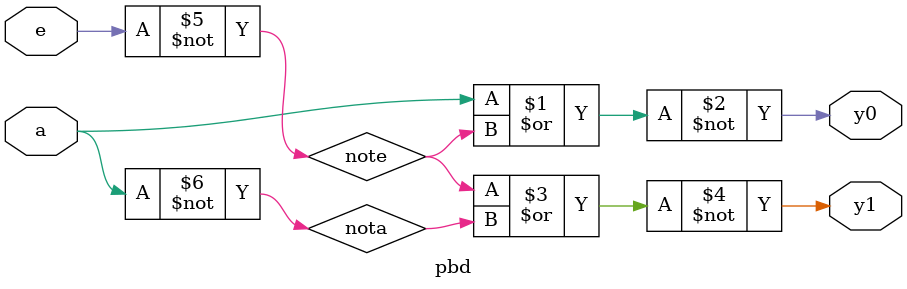
<source format=sv>

`timescale 1ns/1ns

module pbd (input a,e, output y0,y1);
	wire note;
	not #(4.5) G1 (note,e);
	nor #(8) G2 (y0,a,note);
	wire nota;
	not #(4.5) G3 (nota,a);
	nor #(8) G4 (y1,note,nota);
endmodule
</source>
